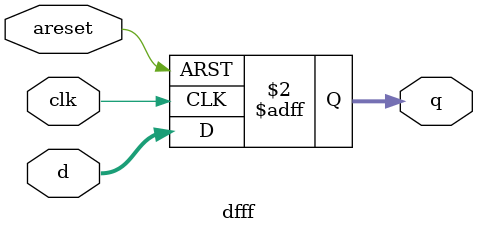
<source format=sv>
module top_module (
    input clk,
    input areset,            // Synchronous reset
    input [7:0] d,
    output [7:0] q
);
    
    dfff dff1(clk, areset, d, q);  
endmodule


module dfff(input clk, input areset, input [7:0] d, output [7:0] q);
    
    always @(posedge clk or posedge areset) begin
        if(areset) begin
        	q<=0;
        end
        else if(clk) begin
            q<=d;
        end
    end
endmodule


</source>
